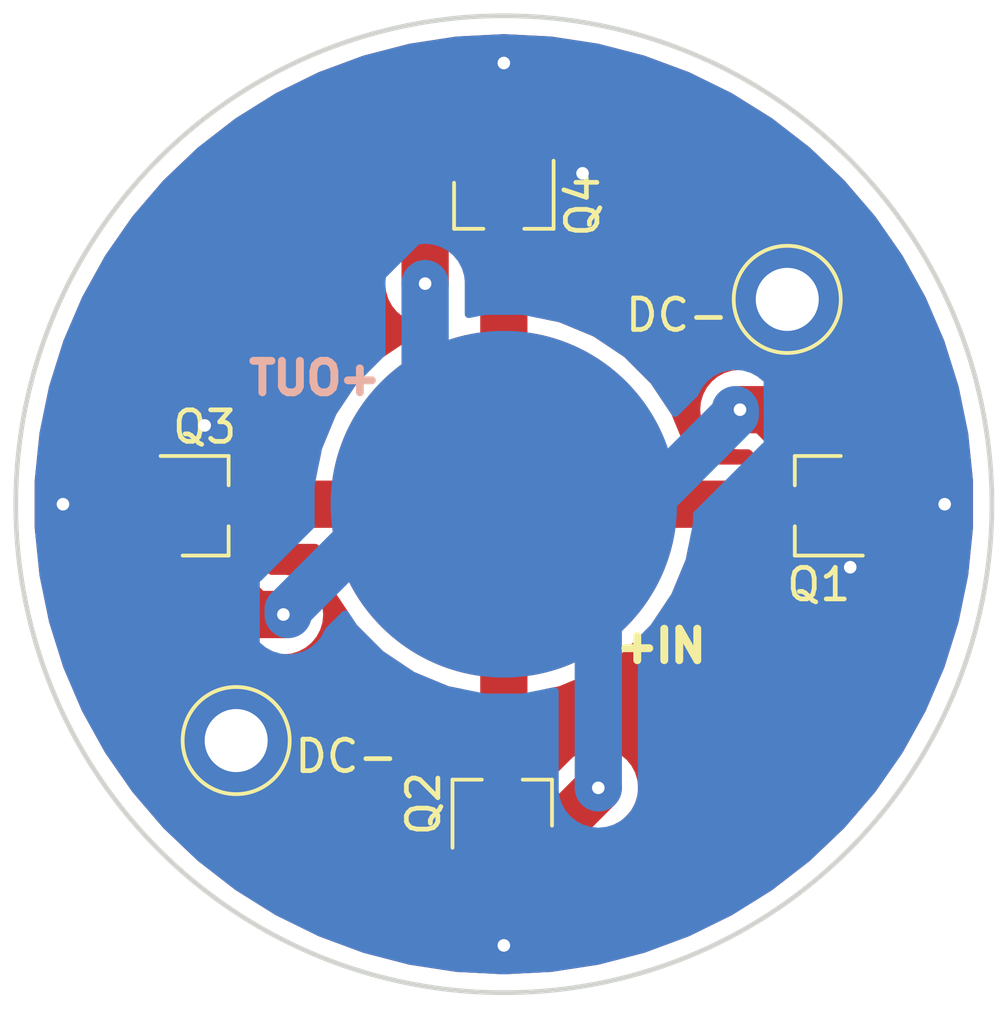
<source format=kicad_pcb>
(kicad_pcb (version 20171130) (host pcbnew 5.1.6)

  (general
    (thickness 1.6)
    (drawings 7)
    (tracks 49)
    (zones 0)
    (modules 8)
    (nets 4)
  )

  (page A4)
  (layers
    (0 F.Cu signal)
    (31 B.Cu signal)
    (32 B.Adhes user)
    (33 F.Adhes user)
    (34 B.Paste user)
    (35 F.Paste user)
    (36 B.SilkS user)
    (37 F.SilkS user)
    (38 B.Mask user)
    (39 F.Mask user)
    (40 Dwgs.User user)
    (41 Cmts.User user)
    (42 Eco1.User user)
    (43 Eco2.User user)
    (44 Edge.Cuts user)
    (45 Margin user)
    (46 B.CrtYd user)
    (47 F.CrtYd user)
    (48 B.Fab user hide)
    (49 F.Fab user hide)
  )

  (setup
    (last_trace_width 1.5)
    (trace_clearance 0.15)
    (zone_clearance 0.508)
    (zone_45_only no)
    (trace_min 0.2)
    (via_size 0.8)
    (via_drill 0.4)
    (via_min_size 0.4)
    (via_min_drill 0.3)
    (uvia_size 0.3)
    (uvia_drill 0.1)
    (uvias_allowed no)
    (uvia_min_size 0.2)
    (uvia_min_drill 0.1)
    (edge_width 0.2)
    (segment_width 0.2)
    (pcb_text_width 0.3)
    (pcb_text_size 1.5 1.5)
    (mod_edge_width 0.15)
    (mod_text_size 1 1)
    (mod_text_width 0.15)
    (pad_size 11 11)
    (pad_drill 0)
    (pad_to_mask_clearance 0.051)
    (solder_mask_min_width 0.25)
    (aux_axis_origin 68 90.55)
    (visible_elements FFFFFF7F)
    (pcbplotparams
      (layerselection 0x010fc_ffffffff)
      (usegerberextensions false)
      (usegerberattributes false)
      (usegerberadvancedattributes false)
      (creategerberjobfile false)
      (excludeedgelayer true)
      (linewidth 0.100000)
      (plotframeref true)
      (viasonmask false)
      (mode 1)
      (useauxorigin false)
      (hpglpennumber 1)
      (hpglpenspeed 20)
      (hpglpendiameter 15.000000)
      (psnegative false)
      (psa4output false)
      (plotreference true)
      (plotvalue true)
      (plotinvisibletext false)
      (padsonsilk false)
      (subtractmaskfromsilk false)
      (outputformat 1)
      (mirror false)
      (drillshape 0)
      (scaleselection 1)
      (outputdirectory "gerbers/"))
  )

  (net 0 "")
  (net 1 /DC+IN)
  (net 2 /DC-)
  (net 3 /DC+PRO)

  (net_class Default "This is the default net class."
    (clearance 0.15)
    (trace_width 1.5)
    (via_dia 0.8)
    (via_drill 0.4)
    (uvia_dia 0.3)
    (uvia_drill 0.1)
    (add_net /DC+IN)
    (add_net /DC+PRO)
    (add_net /DC-)
  )

  (module TestPoint:TestPoint_Plated_Hole_D2.0mm (layer F.Cu) (tedit 5E0098B7) (tstamp 5E00789F)
    (at 59.5 98)
    (descr "Plated Hole as test Point, diameter 2.0mm")
    (tags "test point plated hole")
    (path /5DFB2517)
    (attr virtual)
    (fp_text reference J2 (at 0 -2.498) (layer F.SilkS) hide
      (effects (font (size 1 1) (thickness 0.15)))
    )
    (fp_text value 105-1102-001 (at 0 2.45) (layer F.Fab)
      (effects (font (size 1 1) (thickness 0.15)))
    )
    (fp_circle (center 0 0) (end 1.8 0) (layer F.CrtYd) (width 0.05))
    (fp_circle (center 0 0) (end 0 -1.7) (layer F.SilkS) (width 0.12))
    (fp_text user %R (at 0 -2.5) (layer F.Fab)
      (effects (font (size 1 1) (thickness 0.15)))
    )
    (pad 1 thru_hole circle (at 0 0) (size 3 3) (drill 2) (layers *.Cu *.Mask)
      (net 2 /DC-))
  )

  (module TestPoint:TestPoint_Plated_Hole_D2.0mm (layer F.Cu) (tedit 5E0098C2) (tstamp 5E0078A7)
    (at 77 84)
    (descr "Plated Hole as test Point, diameter 2.0mm")
    (tags "test point plated hole")
    (path /5DFB292C)
    (attr virtual)
    (fp_text reference J4 (at 0 -2.498) (layer F.SilkS) hide
      (effects (font (size 1 1) (thickness 0.15)))
    )
    (fp_text value 105-1102-001 (at 0 2.45) (layer F.Fab)
      (effects (font (size 1 1) (thickness 0.15)))
    )
    (fp_circle (center 0 0) (end 1.8 0) (layer F.CrtYd) (width 0.05))
    (fp_circle (center 0 0) (end 0 -1.7) (layer F.SilkS) (width 0.12))
    (fp_text user %R (at 0 -2.5) (layer F.Fab)
      (effects (font (size 1 1) (thickness 0.15)))
    )
    (pad 1 thru_hole circle (at 0 0) (size 3 3) (drill 2) (layers *.Cu *.Mask)
      (net 2 /DC-))
  )

  (module my-footprints:6mmFpad-SMD (layer F.Cu) (tedit 5F38567B) (tstamp 5E0C7B58)
    (at 68 90.5)
    (path /5DFB240D)
    (fp_text reference J1 (at 0 0.5) (layer F.SilkS) hide
      (effects (font (size 1 1) (thickness 0.15)))
    )
    (fp_text value 105-1102-001 (at 0 -0.5) (layer F.Fab)
      (effects (font (size 1 1) (thickness 0.15)))
    )
    (pad 1 smd circle (at 0 0) (size 11 11) (layers F.Cu F.Paste F.Mask)
      (net 1 /DC+IN))
  )

  (module my-footprints:6mmBpad-SMD (layer F.Cu) (tedit 5F38569C) (tstamp 5E0C7B5D)
    (at 68 90.5)
    (path /5DFB25EC)
    (fp_text reference J3 (at 0 0.5) (layer F.SilkS) hide
      (effects (font (size 1 1) (thickness 0.15)))
    )
    (fp_text value 105-1102-001 (at 0 -0.5) (layer F.Fab)
      (effects (font (size 1 1) (thickness 0.15)))
    )
    (pad 1 smd circle (at 0 0) (size 11 11) (layers B.Cu B.Paste B.Mask)
      (net 3 /DC+PRO))
  )

  (module Package_TO_SOT_SMD:SOT-23 (layer F.Cu) (tedit 5A02FF57) (tstamp 5F53DD21)
    (at 78 90.55 180)
    (descr "SOT-23, Standard")
    (tags SOT-23)
    (path /5F53B36B)
    (attr smd)
    (fp_text reference Q1 (at 0 -2.5) (layer F.SilkS)
      (effects (font (size 1 1) (thickness 0.15)))
    )
    (fp_text value SSM3J355R,LF (at 0 2.5) (layer F.Fab)
      (effects (font (size 1 1) (thickness 0.15)))
    )
    (fp_line (start 0.76 1.58) (end -0.7 1.58) (layer F.SilkS) (width 0.12))
    (fp_line (start 0.76 -1.58) (end -1.4 -1.58) (layer F.SilkS) (width 0.12))
    (fp_line (start -1.7 1.75) (end -1.7 -1.75) (layer F.CrtYd) (width 0.05))
    (fp_line (start 1.7 1.75) (end -1.7 1.75) (layer F.CrtYd) (width 0.05))
    (fp_line (start 1.7 -1.75) (end 1.7 1.75) (layer F.CrtYd) (width 0.05))
    (fp_line (start -1.7 -1.75) (end 1.7 -1.75) (layer F.CrtYd) (width 0.05))
    (fp_line (start 0.76 -1.58) (end 0.76 -0.65) (layer F.SilkS) (width 0.12))
    (fp_line (start 0.76 1.58) (end 0.76 0.65) (layer F.SilkS) (width 0.12))
    (fp_line (start -0.7 1.52) (end 0.7 1.52) (layer F.Fab) (width 0.1))
    (fp_line (start 0.7 -1.52) (end 0.7 1.52) (layer F.Fab) (width 0.1))
    (fp_line (start -0.7 -0.95) (end -0.15 -1.52) (layer F.Fab) (width 0.1))
    (fp_line (start -0.15 -1.52) (end 0.7 -1.52) (layer F.Fab) (width 0.1))
    (fp_line (start -0.7 -0.95) (end -0.7 1.5) (layer F.Fab) (width 0.1))
    (fp_text user %R (at 0 0 90) (layer F.Fab)
      (effects (font (size 0.5 0.5) (thickness 0.075)))
    )
    (pad 1 smd rect (at -1 -0.95 180) (size 0.9 0.8) (layers F.Cu F.Paste F.Mask)
      (net 2 /DC-))
    (pad 2 smd rect (at -1 0.95 180) (size 0.9 0.8) (layers F.Cu F.Paste F.Mask)
      (net 3 /DC+PRO))
    (pad 3 smd rect (at 1 0 180) (size 0.9 0.8) (layers F.Cu F.Paste F.Mask)
      (net 1 /DC+IN))
    (model ${KISYS3DMOD}/Package_TO_SOT_SMD.3dshapes/SOT-23.wrl
      (at (xyz 0 0 0))
      (scale (xyz 1 1 1))
      (rotate (xyz 0 0 0))
    )
  )

  (module Package_TO_SOT_SMD:SOT-23 (layer F.Cu) (tedit 5A02FF57) (tstamp 5F53DD36)
    (at 67.95 100 90)
    (descr "SOT-23, Standard")
    (tags SOT-23)
    (path /5F546C8A)
    (attr smd)
    (fp_text reference Q2 (at 0 -2.5 90) (layer F.SilkS)
      (effects (font (size 1 1) (thickness 0.15)))
    )
    (fp_text value SSM3J355R,LF (at 0 2.5 90) (layer F.Fab)
      (effects (font (size 1 1) (thickness 0.15)))
    )
    (fp_text user %R (at 0 0) (layer F.Fab)
      (effects (font (size 0.5 0.5) (thickness 0.075)))
    )
    (fp_line (start -0.7 -0.95) (end -0.7 1.5) (layer F.Fab) (width 0.1))
    (fp_line (start -0.15 -1.52) (end 0.7 -1.52) (layer F.Fab) (width 0.1))
    (fp_line (start -0.7 -0.95) (end -0.15 -1.52) (layer F.Fab) (width 0.1))
    (fp_line (start 0.7 -1.52) (end 0.7 1.52) (layer F.Fab) (width 0.1))
    (fp_line (start -0.7 1.52) (end 0.7 1.52) (layer F.Fab) (width 0.1))
    (fp_line (start 0.76 1.58) (end 0.76 0.65) (layer F.SilkS) (width 0.12))
    (fp_line (start 0.76 -1.58) (end 0.76 -0.65) (layer F.SilkS) (width 0.12))
    (fp_line (start -1.7 -1.75) (end 1.7 -1.75) (layer F.CrtYd) (width 0.05))
    (fp_line (start 1.7 -1.75) (end 1.7 1.75) (layer F.CrtYd) (width 0.05))
    (fp_line (start 1.7 1.75) (end -1.7 1.75) (layer F.CrtYd) (width 0.05))
    (fp_line (start -1.7 1.75) (end -1.7 -1.75) (layer F.CrtYd) (width 0.05))
    (fp_line (start 0.76 -1.58) (end -1.4 -1.58) (layer F.SilkS) (width 0.12))
    (fp_line (start 0.76 1.58) (end -0.7 1.58) (layer F.SilkS) (width 0.12))
    (pad 3 smd rect (at 1 0 90) (size 0.9 0.8) (layers F.Cu F.Paste F.Mask)
      (net 1 /DC+IN))
    (pad 2 smd rect (at -1 0.95 90) (size 0.9 0.8) (layers F.Cu F.Paste F.Mask)
      (net 3 /DC+PRO))
    (pad 1 smd rect (at -1 -0.95 90) (size 0.9 0.8) (layers F.Cu F.Paste F.Mask)
      (net 2 /DC-))
    (model ${KISYS3DMOD}/Package_TO_SOT_SMD.3dshapes/SOT-23.wrl
      (at (xyz 0 0 0))
      (scale (xyz 1 1 1))
      (rotate (xyz 0 0 0))
    )
  )

  (module Package_TO_SOT_SMD:SOT-23 (layer F.Cu) (tedit 5A02FF57) (tstamp 5F53DD4B)
    (at 58.5 90.55)
    (descr "SOT-23, Standard")
    (tags SOT-23)
    (path /5F5479D4)
    (attr smd)
    (fp_text reference Q3 (at 0 -2.5) (layer F.SilkS)
      (effects (font (size 1 1) (thickness 0.15)))
    )
    (fp_text value SSM3J355R,LF (at 0 2.5) (layer F.Fab)
      (effects (font (size 1 1) (thickness 0.15)))
    )
    (fp_line (start 0.76 1.58) (end -0.7 1.58) (layer F.SilkS) (width 0.12))
    (fp_line (start 0.76 -1.58) (end -1.4 -1.58) (layer F.SilkS) (width 0.12))
    (fp_line (start -1.7 1.75) (end -1.7 -1.75) (layer F.CrtYd) (width 0.05))
    (fp_line (start 1.7 1.75) (end -1.7 1.75) (layer F.CrtYd) (width 0.05))
    (fp_line (start 1.7 -1.75) (end 1.7 1.75) (layer F.CrtYd) (width 0.05))
    (fp_line (start -1.7 -1.75) (end 1.7 -1.75) (layer F.CrtYd) (width 0.05))
    (fp_line (start 0.76 -1.58) (end 0.76 -0.65) (layer F.SilkS) (width 0.12))
    (fp_line (start 0.76 1.58) (end 0.76 0.65) (layer F.SilkS) (width 0.12))
    (fp_line (start -0.7 1.52) (end 0.7 1.52) (layer F.Fab) (width 0.1))
    (fp_line (start 0.7 -1.52) (end 0.7 1.52) (layer F.Fab) (width 0.1))
    (fp_line (start -0.7 -0.95) (end -0.15 -1.52) (layer F.Fab) (width 0.1))
    (fp_line (start -0.15 -1.52) (end 0.7 -1.52) (layer F.Fab) (width 0.1))
    (fp_line (start -0.7 -0.95) (end -0.7 1.5) (layer F.Fab) (width 0.1))
    (fp_text user %R (at 0 0 90) (layer F.Fab)
      (effects (font (size 0.5 0.5) (thickness 0.075)))
    )
    (pad 1 smd rect (at -1 -0.95) (size 0.9 0.8) (layers F.Cu F.Paste F.Mask)
      (net 2 /DC-))
    (pad 2 smd rect (at -1 0.95) (size 0.9 0.8) (layers F.Cu F.Paste F.Mask)
      (net 3 /DC+PRO))
    (pad 3 smd rect (at 1 0) (size 0.9 0.8) (layers F.Cu F.Paste F.Mask)
      (net 1 /DC+IN))
    (model ${KISYS3DMOD}/Package_TO_SOT_SMD.3dshapes/SOT-23.wrl
      (at (xyz 0 0 0))
      (scale (xyz 1 1 1))
      (rotate (xyz 0 0 0))
    )
  )

  (module Package_TO_SOT_SMD:SOT-23 (layer F.Cu) (tedit 5A02FF57) (tstamp 5F53DD60)
    (at 68 81 270)
    (descr "SOT-23, Standard")
    (tags SOT-23)
    (path /5F549306)
    (attr smd)
    (fp_text reference Q4 (at 0 -2.5 90) (layer F.SilkS)
      (effects (font (size 1 1) (thickness 0.15)))
    )
    (fp_text value SSM3J355R,LF (at 0 2.5 90) (layer F.Fab)
      (effects (font (size 1 1) (thickness 0.15)))
    )
    (fp_text user %R (at 0 0) (layer F.Fab)
      (effects (font (size 0.5 0.5) (thickness 0.075)))
    )
    (fp_line (start -0.7 -0.95) (end -0.7 1.5) (layer F.Fab) (width 0.1))
    (fp_line (start -0.15 -1.52) (end 0.7 -1.52) (layer F.Fab) (width 0.1))
    (fp_line (start -0.7 -0.95) (end -0.15 -1.52) (layer F.Fab) (width 0.1))
    (fp_line (start 0.7 -1.52) (end 0.7 1.52) (layer F.Fab) (width 0.1))
    (fp_line (start -0.7 1.52) (end 0.7 1.52) (layer F.Fab) (width 0.1))
    (fp_line (start 0.76 1.58) (end 0.76 0.65) (layer F.SilkS) (width 0.12))
    (fp_line (start 0.76 -1.58) (end 0.76 -0.65) (layer F.SilkS) (width 0.12))
    (fp_line (start -1.7 -1.75) (end 1.7 -1.75) (layer F.CrtYd) (width 0.05))
    (fp_line (start 1.7 -1.75) (end 1.7 1.75) (layer F.CrtYd) (width 0.05))
    (fp_line (start 1.7 1.75) (end -1.7 1.75) (layer F.CrtYd) (width 0.05))
    (fp_line (start -1.7 1.75) (end -1.7 -1.75) (layer F.CrtYd) (width 0.05))
    (fp_line (start 0.76 -1.58) (end -1.4 -1.58) (layer F.SilkS) (width 0.12))
    (fp_line (start 0.76 1.58) (end -0.7 1.58) (layer F.SilkS) (width 0.12))
    (pad 3 smd rect (at 1 0 270) (size 0.9 0.8) (layers F.Cu F.Paste F.Mask)
      (net 1 /DC+IN))
    (pad 2 smd rect (at -1 0.95 270) (size 0.9 0.8) (layers F.Cu F.Paste F.Mask)
      (net 3 /DC+PRO))
    (pad 1 smd rect (at -1 -0.95 270) (size 0.9 0.8) (layers F.Cu F.Paste F.Mask)
      (net 2 /DC-))
    (model ${KISYS3DMOD}/Package_TO_SOT_SMD.3dshapes/SOT-23.wrl
      (at (xyz 0 0 0))
      (scale (xyz 1 1 1))
      (rotate (xyz 0 0 0))
    )
  )

  (gr_text DC- (at 73.5 84.5) (layer F.SilkS) (tstamp 5F53DC25)
    (effects (font (size 1 1) (thickness 0.15)))
  )
  (gr_text DC- (at 63 98.5) (layer F.SilkS)
    (effects (font (size 1 1) (thickness 0.15)))
  )
  (gr_circle (center 68 90.5) (end 81.829317 90.5) (layer B.Mask) (width 3) (tstamp 5F53DB50))
  (gr_circle (center 68 90.5) (end 81.829317 90.5) (layer F.Mask) (width 3))
  (gr_circle (center 68 90.5) (end 83.5 90.5) (layer Edge.Cuts) (width 0.15))
  (gr_text +IN (at 73 95) (layer F.SilkS) (tstamp 5E0072F3)
    (effects (font (size 1 1) (thickness 0.25)))
  )
  (gr_text +OUT (at 62 86.5) (layer B.SilkS)
    (effects (font (size 1 1) (thickness 0.25)) (justify mirror))
  )

  (segment (start 68 82) (end 68 90.5) (width 1.5) (layer F.Cu) (net 1))
  (segment (start 77 90.5) (end 68 90.5) (width 1.5) (layer F.Cu) (net 1))
  (segment (start 59.5 90.5) (end 68 90.5) (width 1.5) (layer F.Cu) (net 1))
  (segment (start 68 99) (end 68 90.5) (width 1.5) (layer F.Cu) (net 1))
  (segment (start 72.95 84) (end 77 84) (width 1.5) (layer F.Cu) (net 2))
  (segment (start 68.95 80) (end 72.95 84) (width 1.5) (layer F.Cu) (net 2))
  (segment (start 64.05 98) (end 59.5 98) (width 1.5) (layer F.Cu) (net 2))
  (segment (start 67.05 101) (end 64.05 98) (width 1.5) (layer F.Cu) (net 2))
  (segment (start 79 91.45) (end 79 92.5) (width 1.5) (layer F.Cu) (net 2))
  (via (at 79 92.5) (size 0.8) (drill 0.4) (layers F.Cu B.Cu) (net 2))
  (segment (start 77 90.5) (end 77 84) (width 1.5) (layer B.Cu) (net 2))
  (segment (start 79 92.5) (end 77 90.5) (width 1.5) (layer B.Cu) (net 2))
  (segment (start 57.5 89.55) (end 57.5 89) (width 1.5) (layer F.Cu) (net 2))
  (via (at 58.5 88) (size 0.8) (drill 0.4) (layers F.Cu B.Cu) (net 2))
  (segment (start 57.5 89) (end 58.5 88) (width 1.5) (layer F.Cu) (net 2))
  (segment (start 59.5 89) (end 58.5 88) (width 1.5) (layer B.Cu) (net 2))
  (segment (start 59.5 98) (end 59.5 89) (width 1.5) (layer B.Cu) (net 2))
  (segment (start 68.95 80) (end 70.5 80) (width 1.5) (layer F.Cu) (net 2))
  (via (at 70.5 80) (size 0.8) (drill 0.4) (layers F.Cu B.Cu) (net 2))
  (segment (start 66.5 80) (end 58.5 88) (width 1.5) (layer B.Cu) (net 2))
  (segment (start 70.5 80) (end 66.5 80) (width 1.5) (layer B.Cu) (net 2))
  (via (at 68 76.5) (size 0.8) (drill 0.4) (layers F.Cu B.Cu) (net 2))
  (via (at 68 104.5) (size 0.8) (drill 0.4) (layers F.Cu B.Cu) (net 2))
  (via (at 54 90.5) (size 0.8) (drill 0.4) (layers F.Cu B.Cu) (net 2))
  (via (at 82 90.5) (size 0.8) (drill 0.4) (layers F.Cu B.Cu) (net 2))
  (via (at 71 99.5) (size 0.8) (drill 0.4) (layers F.Cu B.Cu) (net 3))
  (segment (start 68.95 101) (end 69.5 101) (width 1.5) (layer F.Cu) (net 3))
  (segment (start 69.5 101) (end 71 99.5) (width 1.5) (layer F.Cu) (net 3))
  (segment (start 57.5 91.45) (end 60.05 94) (width 1.5) (layer F.Cu) (net 3))
  (via (at 61 94) (size 0.8) (drill 0.4) (layers F.Cu B.Cu) (net 3))
  (segment (start 60.05 94) (end 61 94) (width 1.5) (layer F.Cu) (net 3))
  (segment (start 67.05 80.05) (end 65.5 81.6) (width 1.5) (layer F.Cu) (net 3))
  (segment (start 67.05 80) (end 67.05 80.05) (width 1.5) (layer F.Cu) (net 3))
  (via (at 65.5 83.5) (size 0.8) (drill 0.4) (layers F.Cu B.Cu) (net 3))
  (segment (start 65.5 81.6) (end 65.5 83.5) (width 1.5) (layer F.Cu) (net 3))
  (segment (start 65.5 88) (end 68 90.5) (width 1.5) (layer B.Cu) (net 3))
  (segment (start 65.5 83.5) (end 65.5 88) (width 1.5) (layer B.Cu) (net 3))
  (segment (start 71 93.5) (end 68 90.5) (width 1.5) (layer B.Cu) (net 3))
  (segment (start 71 99.5) (end 71 93.5) (width 1.5) (layer B.Cu) (net 3))
  (segment (start 68 90.5) (end 64.5 90.5) (width 1.5) (layer B.Cu) (net 3))
  (segment (start 61.15001 93.84999) (end 61.15001 94) (width 1.5) (layer B.Cu) (net 3))
  (segment (start 64.5 90.5) (end 61.15001 93.84999) (width 1.5) (layer B.Cu) (net 3))
  (segment (start 78.383466 89.55) (end 76.333466 87.5) (width 1.5) (layer F.Cu) (net 3))
  (segment (start 79 89.55) (end 78.383466 89.55) (width 1.5) (layer F.Cu) (net 3))
  (via (at 75.5 87.5) (size 0.8) (drill 0.4) (layers F.Cu B.Cu) (net 3))
  (segment (start 76.333466 87.5) (end 75.5 87.5) (width 1.5) (layer F.Cu) (net 3))
  (segment (start 75.34999 87.65001) (end 75.34999 87.5) (width 1.5) (layer B.Cu) (net 3))
  (segment (start 68 90.5) (end 72.5 90.5) (width 1.5) (layer B.Cu) (net 3))
  (segment (start 72.5 90.5) (end 75.34999 87.65001) (width 1.5) (layer B.Cu) (net 3))

  (zone (net 2) (net_name /DC-) (layer F.Cu) (tstamp 5F53DC51) (hatch edge 0.508)
    (connect_pads yes (clearance 0.508))
    (min_thickness 0.254)
    (fill yes (arc_segments 32) (thermal_gap 0.508) (thermal_bridge_width 0.508))
    (polygon
      (pts
        (xy 75.5 76) (xy 81 80.5) (xy 83.5 86) (xy 84 97.5) (xy 76.5 105)
        (xy 66.5 107) (xy 60.5 105) (xy 56 101.5) (xy 52 93.5) (xy 52 88.5)
        (xy 54 83) (xy 58 78.5) (xy 62.5 76) (xy 67.5 74.5)
      )
    )
    (filled_polygon
      (pts
        (xy 69.496279 75.785883) (xy 70.977205 76.012752) (xy 72.427581 76.38828) (xy 73.832523 76.908614) (xy 75.177616 77.568414)
        (xy 76.449057 78.360909) (xy 77.633799 79.277967) (xy 78.719685 80.310179) (xy 79.695573 81.446953) (xy 80.551449 82.676622)
        (xy 81.278529 83.98657) (xy 81.869354 85.363355) (xy 82.317861 86.792849) (xy 82.619447 88.260383) (xy 82.771017 89.750899)
        (xy 82.771017 91.249101) (xy 82.619447 92.739617) (xy 82.317861 94.207151) (xy 81.869354 95.636645) (xy 81.278529 97.01343)
        (xy 80.551449 98.323378) (xy 79.695573 99.553047) (xy 78.719685 100.689821) (xy 77.633799 101.722033) (xy 76.449057 102.639091)
        (xy 75.177616 103.431586) (xy 73.832523 104.091386) (xy 72.427581 104.61172) (xy 70.977205 104.987248) (xy 69.496279 105.214117)
        (xy 68 105.29) (xy 66.503721 105.214117) (xy 65.022795 104.987248) (xy 63.572419 104.61172) (xy 62.167477 104.091386)
        (xy 60.822384 103.431586) (xy 59.550943 102.639091) (xy 58.366201 101.722033) (xy 57.280315 100.689821) (xy 56.304427 99.553047)
        (xy 55.448551 98.323378) (xy 54.721471 97.01343) (xy 54.130646 95.636645) (xy 53.682139 94.207151) (xy 53.380553 92.739617)
        (xy 53.249413 91.45) (xy 56.1083 91.45) (xy 56.13504 91.721507) (xy 56.214236 91.98258) (xy 56.342844 92.223188)
        (xy 56.472548 92.381233) (xy 59.02255 94.931236) (xy 59.065919 94.984081) (xy 59.118764 95.02745) (xy 59.118766 95.027452)
        (xy 59.276812 95.157157) (xy 59.517419 95.285764) (xy 59.778493 95.36496) (xy 59.981963 95.385) (xy 59.981971 95.385)
        (xy 60.05 95.3917) (xy 60.118029 95.385) (xy 61.068037 95.385) (xy 61.271507 95.36496) (xy 61.532581 95.285764)
        (xy 61.773188 95.157157) (xy 61.984081 94.984081) (xy 62.157157 94.773188) (xy 62.285764 94.532581) (xy 62.36496 94.271507)
        (xy 62.391701 94) (xy 62.36496 93.728493) (xy 62.285764 93.467419) (xy 62.157157 93.226812) (xy 61.984081 93.015919)
        (xy 61.773188 92.842843) (xy 61.532581 92.714236) (xy 61.271507 92.63504) (xy 61.068037 92.615) (xy 60.623686 92.615)
        (xy 59.893686 91.885) (xy 62.020301 91.885) (xy 62.100764 92.289514) (xy 62.563233 93.406012) (xy 63.234634 94.410835)
        (xy 64.089165 95.265366) (xy 65.093988 95.936767) (xy 66.210486 96.399236) (xy 66.615 96.479699) (xy 66.615 99.068036)
        (xy 66.63504 99.271506) (xy 66.714236 99.53258) (xy 66.842843 99.773187) (xy 67.015919 99.98408) (xy 67.226812 100.157157)
        (xy 67.467419 100.285764) (xy 67.720326 100.362482) (xy 67.664236 100.467419) (xy 67.58504 100.728493) (xy 67.558299 101)
        (xy 67.58504 101.271507) (xy 67.664236 101.532581) (xy 67.792843 101.773188) (xy 67.965919 101.984081) (xy 68.176812 102.157157)
        (xy 68.417419 102.285764) (xy 68.678493 102.36496) (xy 68.881963 102.385) (xy 69.431971 102.385) (xy 69.5 102.3917)
        (xy 69.568029 102.385) (xy 69.568037 102.385) (xy 69.771507 102.36496) (xy 70.032581 102.285764) (xy 70.273188 102.157157)
        (xy 70.484081 101.984081) (xy 70.527454 101.931231) (xy 72.027452 100.431234) (xy 72.157156 100.273189) (xy 72.285763 100.032582)
        (xy 72.364959 99.771508) (xy 72.3917 99.500001) (xy 72.364959 99.228494) (xy 72.285763 98.96742) (xy 72.157156 98.726813)
        (xy 71.98408 98.51592) (xy 71.773187 98.342844) (xy 71.53258 98.214237) (xy 71.271506 98.135041) (xy 70.999999 98.1083)
        (xy 70.728492 98.135041) (xy 70.467418 98.214237) (xy 70.226811 98.342844) (xy 70.068766 98.472548) (xy 69.375356 99.165959)
        (xy 69.385 99.068037) (xy 69.385 96.479699) (xy 69.789514 96.399236) (xy 70.906012 95.936767) (xy 71.910835 95.265366)
        (xy 72.765366 94.410835) (xy 73.436767 93.406012) (xy 73.899236 92.289514) (xy 73.979699 91.885) (xy 77.068037 91.885)
        (xy 77.271507 91.86496) (xy 77.532581 91.785764) (xy 77.773188 91.657157) (xy 77.984081 91.484081) (xy 78.157157 91.273188)
        (xy 78.285764 91.032581) (xy 78.315367 90.934994) (xy 78.315429 90.935) (xy 78.315437 90.935) (xy 78.383466 90.9417)
        (xy 78.451495 90.935) (xy 79.068037 90.935) (xy 79.271507 90.91496) (xy 79.532581 90.835764) (xy 79.773188 90.707157)
        (xy 79.984081 90.534081) (xy 80.157157 90.323188) (xy 80.285764 90.082581) (xy 80.36496 89.821507) (xy 80.391701 89.55)
        (xy 80.36496 89.278493) (xy 80.285764 89.017419) (xy 80.157157 88.776812) (xy 79.984081 88.565919) (xy 79.773188 88.392843)
        (xy 79.532581 88.264236) (xy 79.271507 88.18504) (xy 79.068037 88.165) (xy 78.957152 88.165) (xy 77.36092 86.568769)
        (xy 77.317547 86.515919) (xy 77.106654 86.342843) (xy 76.866047 86.214236) (xy 76.604973 86.13504) (xy 76.401503 86.115)
        (xy 76.401495 86.115) (xy 76.333466 86.1083) (xy 76.265437 86.115) (xy 75.431963 86.115) (xy 75.228493 86.13504)
        (xy 74.967419 86.214236) (xy 74.726812 86.342843) (xy 74.515919 86.515919) (xy 74.342843 86.726812) (xy 74.214236 86.967419)
        (xy 74.13504 87.228493) (xy 74.108299 87.5) (xy 74.13504 87.771507) (xy 74.214236 88.032581) (xy 74.342843 88.273188)
        (xy 74.515919 88.484081) (xy 74.726812 88.657157) (xy 74.967419 88.785764) (xy 75.228493 88.86496) (xy 75.431963 88.885)
        (xy 75.759781 88.885) (xy 75.989781 89.115) (xy 73.979699 89.115) (xy 73.899236 88.710486) (xy 73.436767 87.593988)
        (xy 72.765366 86.589165) (xy 71.910835 85.734634) (xy 70.906012 85.063233) (xy 69.789514 84.600764) (xy 69.385 84.520301)
        (xy 69.385 81.931963) (xy 69.36496 81.728493) (xy 69.285764 81.467419) (xy 69.157157 81.226812) (xy 68.98408 81.015919)
        (xy 68.773187 80.842843) (xy 68.53258 80.714236) (xy 68.302671 80.644494) (xy 68.335764 80.582581) (xy 68.41496 80.321508)
        (xy 68.42611 80.208299) (xy 68.435 80.118036) (xy 68.435 80.11803) (xy 68.4417 80.050001) (xy 68.435 79.981972)
        (xy 68.435 79.931963) (xy 68.41496 79.728493) (xy 68.335764 79.467419) (xy 68.207157 79.226812) (xy 68.03408 79.015919)
        (xy 67.823187 78.842843) (xy 67.58258 78.714236) (xy 67.321506 78.63504) (xy 67.05 78.608299) (xy 66.778493 78.63504)
        (xy 66.517419 78.714236) (xy 66.276812 78.842843) (xy 66.065919 79.01592) (xy 65.892843 79.226813) (xy 65.867973 79.273341)
        (xy 64.568765 80.57255) (xy 64.515919 80.61592) (xy 64.342843 80.826813) (xy 64.214237 81.067419) (xy 64.214236 81.06742)
        (xy 64.165885 81.226813) (xy 64.13504 81.328494) (xy 64.115 81.531964) (xy 64.115 81.531971) (xy 64.1083 81.6)
        (xy 64.115 81.66803) (xy 64.115001 83.568037) (xy 64.135041 83.771507) (xy 64.214237 84.032581) (xy 64.342844 84.273188)
        (xy 64.51592 84.484081) (xy 64.726813 84.657157) (xy 64.96742 84.785764) (xy 65.228494 84.86496) (xy 65.5 84.891701)
        (xy 65.51063 84.890654) (xy 65.093988 85.063233) (xy 64.089165 85.734634) (xy 63.234634 86.589165) (xy 62.563233 87.593988)
        (xy 62.100764 88.710486) (xy 62.020301 89.115) (xy 59.431963 89.115) (xy 59.228493 89.13504) (xy 58.967419 89.214236)
        (xy 58.726812 89.342843) (xy 58.515919 89.515919) (xy 58.342843 89.726812) (xy 58.214236 89.967419) (xy 58.137517 90.220326)
        (xy 58.03258 90.164236) (xy 57.771507 90.08504) (xy 57.5 90.0583) (xy 57.228493 90.08504) (xy 56.96742 90.164236)
        (xy 56.726812 90.292844) (xy 56.515919 90.465919) (xy 56.342844 90.676812) (xy 56.214236 90.91742) (xy 56.13504 91.178493)
        (xy 56.1083 91.45) (xy 53.249413 91.45) (xy 53.228983 91.249101) (xy 53.228983 89.750899) (xy 53.380553 88.260383)
        (xy 53.682139 86.792849) (xy 54.130646 85.363355) (xy 54.721471 83.98657) (xy 55.448551 82.676622) (xy 56.304427 81.446953)
        (xy 57.280315 80.310179) (xy 58.366201 79.277967) (xy 59.550943 78.360909) (xy 60.822384 77.568414) (xy 62.167477 76.908614)
        (xy 63.572419 76.38828) (xy 65.022795 76.012752) (xy 66.503721 75.785883) (xy 68 75.71)
      )
    )
  )
  (zone (net 2) (net_name /DC-) (layer B.Cu) (tstamp 5F53DC4E) (hatch edge 0.508)
    (connect_pads yes (clearance 0.508))
    (min_thickness 0.254)
    (fill yes (arc_segments 32) (thermal_gap 0.508) (thermal_bridge_width 0.508))
    (polygon
      (pts
        (xy 73 75.5) (xy 79.5 79) (xy 84 88) (xy 82.5 97) (xy 78.5 102.5)
        (xy 71.5 106) (xy 64 106) (xy 57.5 102.5) (xy 53 95.5) (xy 52.5 87.5)
        (xy 54.5 82.5) (xy 59 77.5) (xy 67.5 74.5)
      )
    )
    (filled_polygon
      (pts
        (xy 69.496279 75.785883) (xy 70.977205 76.012752) (xy 72.427581 76.38828) (xy 73.832523 76.908614) (xy 75.177616 77.568414)
        (xy 76.449057 78.360909) (xy 77.633799 79.277967) (xy 78.719685 80.310179) (xy 79.695573 81.446953) (xy 80.551449 82.676622)
        (xy 81.278529 83.98657) (xy 81.869354 85.363355) (xy 82.317861 86.792849) (xy 82.619447 88.260383) (xy 82.771017 89.750899)
        (xy 82.771017 91.249101) (xy 82.619447 92.739617) (xy 82.317861 94.207151) (xy 81.869354 95.636645) (xy 81.278529 97.01343)
        (xy 80.551449 98.323378) (xy 79.695573 99.553047) (xy 78.719685 100.689821) (xy 77.633799 101.722033) (xy 76.449057 102.639091)
        (xy 75.177616 103.431586) (xy 73.832523 104.091386) (xy 72.427581 104.61172) (xy 70.977205 104.987248) (xy 69.496279 105.214117)
        (xy 68 105.29) (xy 66.503721 105.214117) (xy 65.022795 104.987248) (xy 63.572419 104.61172) (xy 62.167477 104.091386)
        (xy 60.822384 103.431586) (xy 59.550943 102.639091) (xy 58.366201 101.722033) (xy 57.280315 100.689821) (xy 56.304427 99.553047)
        (xy 55.448551 98.323378) (xy 54.721471 97.01343) (xy 54.130646 95.636645) (xy 53.682139 94.207151) (xy 53.608741 93.84999)
        (xy 59.75831 93.84999) (xy 59.76501 93.918019) (xy 59.76501 94.068037) (xy 59.78505 94.271507) (xy 59.864246 94.532581)
        (xy 59.992853 94.773188) (xy 60.16593 94.984081) (xy 60.376823 95.157157) (xy 60.61743 95.285764) (xy 60.878504 95.36496)
        (xy 61.15001 95.391701) (xy 61.421517 95.36496) (xy 61.682591 95.285764) (xy 61.923198 95.157157) (xy 62.134091 94.984081)
        (xy 62.307167 94.773187) (xy 62.435774 94.53258) (xy 62.439984 94.518701) (xy 62.959547 93.999138) (xy 63.234634 94.410835)
        (xy 64.089165 95.265366) (xy 65.093988 95.936767) (xy 66.210486 96.399236) (xy 67.395755 96.635) (xy 68.604245 96.635)
        (xy 69.615001 96.433949) (xy 69.615 99.568036) (xy 69.63504 99.771506) (xy 69.714236 100.03258) (xy 69.842843 100.273187)
        (xy 70.015919 100.48408) (xy 70.226812 100.657157) (xy 70.467419 100.785764) (xy 70.728493 100.86496) (xy 71 100.891701)
        (xy 71.271506 100.86496) (xy 71.53258 100.785764) (xy 71.773187 100.657157) (xy 71.98408 100.484081) (xy 72.157157 100.273188)
        (xy 72.285764 100.032581) (xy 72.36496 99.771507) (xy 72.385 99.568037) (xy 72.385 94.791201) (xy 72.765366 94.410835)
        (xy 73.436767 93.406012) (xy 73.899236 92.289514) (xy 74.135 91.104245) (xy 74.135 90.823685) (xy 76.281231 88.677455)
        (xy 76.33407 88.634091) (xy 76.377435 88.581251) (xy 76.377442 88.581244) (xy 76.507147 88.423198) (xy 76.635754 88.182591)
        (xy 76.71495 87.921517) (xy 76.741691 87.65001) (xy 76.73499 87.581973) (xy 76.73499 87.431964) (xy 76.71495 87.228494)
        (xy 76.635754 86.96742) (xy 76.507147 86.726813) (xy 76.334071 86.515919) (xy 76.123178 86.342843) (xy 75.882571 86.214236)
        (xy 75.621497 86.13504) (xy 75.34999 86.108299) (xy 75.078484 86.13504) (xy 74.81741 86.214236) (xy 74.576803 86.342843)
        (xy 74.36591 86.515919) (xy 74.192833 86.726812) (xy 74.064226 86.967419) (xy 74.060016 86.981298) (xy 73.43986 87.601455)
        (xy 73.436767 87.593988) (xy 72.765366 86.589165) (xy 71.910835 85.734634) (xy 70.906012 85.063233) (xy 69.789514 84.600764)
        (xy 68.604245 84.365) (xy 67.395755 84.365) (xy 66.885 84.466595) (xy 66.885 83.431963) (xy 66.86496 83.228493)
        (xy 66.785764 82.967419) (xy 66.657157 82.726812) (xy 66.48408 82.515919) (xy 66.273187 82.342843) (xy 66.03258 82.214236)
        (xy 65.771506 82.13504) (xy 65.5 82.108299) (xy 65.228493 82.13504) (xy 64.967419 82.214236) (xy 64.726812 82.342843)
        (xy 64.515919 82.51592) (xy 64.342843 82.726813) (xy 64.214236 82.96742) (xy 64.13504 83.228494) (xy 64.115 83.431964)
        (xy 64.115 85.717371) (xy 64.089165 85.734634) (xy 63.234634 86.589165) (xy 62.563233 87.593988) (xy 62.100764 88.710486)
        (xy 61.865 89.895755) (xy 61.865 91.104245) (xy 61.876957 91.164357) (xy 60.218775 92.82254) (xy 60.165929 92.86591)
        (xy 60.12256 92.918755) (xy 60.122558 92.918757) (xy 60.082622 92.967419) (xy 59.992853 93.076803) (xy 59.864246 93.31741)
        (xy 59.78505 93.578484) (xy 59.76501 93.781954) (xy 59.76501 93.781961) (xy 59.75831 93.84999) (xy 53.608741 93.84999)
        (xy 53.380553 92.739617) (xy 53.228983 91.249101) (xy 53.228983 89.750899) (xy 53.380553 88.260383) (xy 53.682139 86.792849)
        (xy 54.130646 85.363355) (xy 54.721471 83.98657) (xy 55.448551 82.676622) (xy 56.304427 81.446953) (xy 57.280315 80.310179)
        (xy 58.366201 79.277967) (xy 59.550943 78.360909) (xy 60.822384 77.568414) (xy 62.167477 76.908614) (xy 63.572419 76.38828)
        (xy 65.022795 76.012752) (xy 66.503721 75.785883) (xy 68 75.71)
      )
    )
  )
)

</source>
